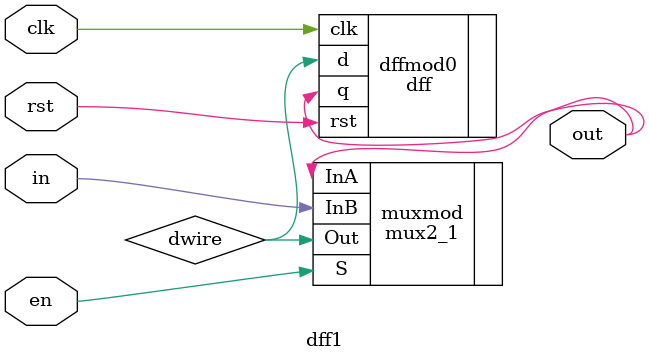
<source format=v>
module dff1(out, in, en, rst, clk);
    input in;
    input rst, clk, en;
    output out;
    wire dwire;

    dff dffmod0(.q(out),   .d(dwire), .clk(clk), .rst(rst));

    mux2_1 muxmod(.InA(out), .InB(in), .S(en), .Out(dwire));

endmodule

</source>
